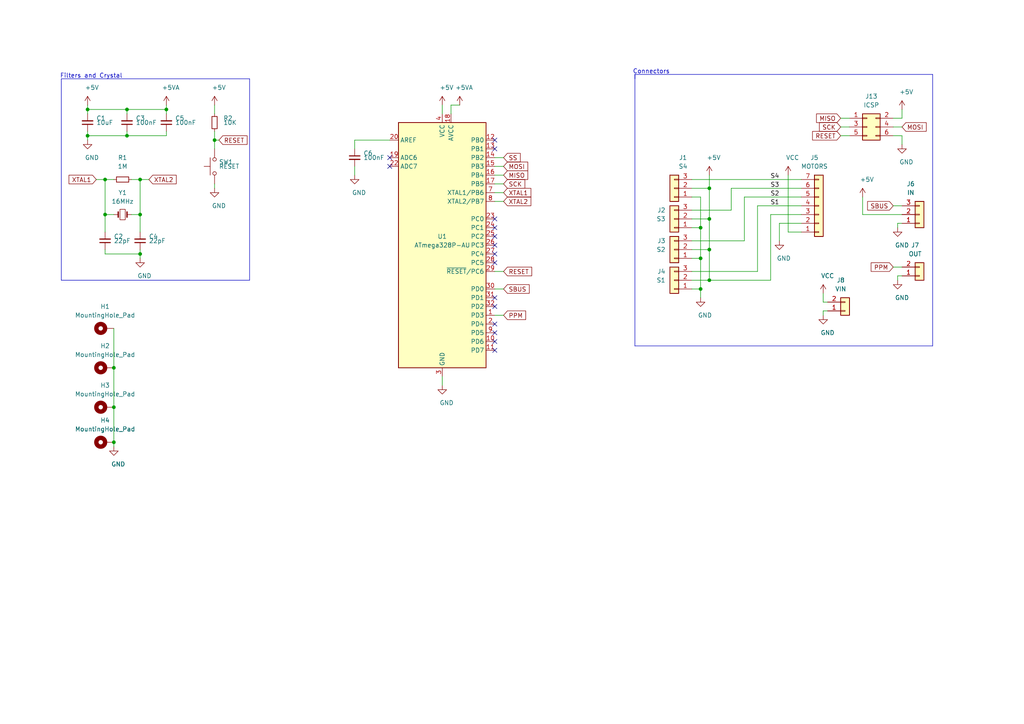
<source format=kicad_sch>
(kicad_sch (version 20200714) (host eeschema "(5.99.0-2358-g6d8fb94d8)")
  (page 1 1)
  (paper "A4")
  (lib_symbols
    (symbol "Connector_Generic:Conn_01x02" (pin_names hide)
      (property "Reference" "J" (at 0 2.54 0))
      (property "Value" "Conn_01x02" (at 0 -5.08 0))
      (symbol "Conn_01x02_1_1"
        (rectangle (start -1.27 -2.413) (end 0 -2.667) (stroke (width 0.1524)))
        (rectangle (start -1.27 0.127) (end 0 -0.127) (stroke (width 0.1524)))
        (rectangle (start -1.27 1.27) (end 1.27 -3.81) (stroke (width 0.254)) (fill (type background)))
        (pin passive line (at -5.08 0 0) (length 3.81) (name "Pin_1") (number "1"))
        (pin passive line (at -5.08 -2.54 0) (length 3.81) (name "Pin_2") (number "2"))
      )
    )
    (symbol "Connector_Generic:Conn_01x03" (pin_names hide)
      (property "Reference" "J" (at 0 5.08 0))
      (property "Value" "Conn_01x03" (at 0 -5.08 0))
      (symbol "Conn_01x03_1_1"
        (rectangle (start -1.27 -2.413) (end 0 -2.667) (stroke (width 0.1524)))
        (rectangle (start -1.27 2.667) (end 0 2.413) (stroke (width 0.1524)))
        (rectangle (start -1.27 3.81) (end 1.27 -3.81) (stroke (width 0.254)) (fill (type background)))
        (rectangle (start -1.27 0.127) (end 0 -0.127) (stroke (width 0.1524)))
        (pin passive line (at -5.08 2.54 0) (length 3.81) (name "Pin_1") (number "1"))
        (pin passive line (at -5.08 0 0) (length 3.81) (name "Pin_2") (number "2"))
        (pin passive line (at -5.08 -2.54 0) (length 3.81) (name "Pin_3") (number "3"))
      )
    )
    (symbol "Connector_Generic:Conn_01x07" (pin_names hide)
      (property "Reference" "J" (at 0 10.16 0))
      (property "Value" "Conn_01x07" (at 0 -10.16 0))
      (symbol "Conn_01x07_1_1"
        (rectangle (start -1.27 -4.953) (end 0 -5.207) (stroke (width 0.1524)))
        (rectangle (start -1.27 -7.493) (end 0 -7.747) (stroke (width 0.1524)))
        (rectangle (start -1.27 -2.413) (end 0 -2.667) (stroke (width 0.1524)))
        (rectangle (start -1.27 2.667) (end 0 2.413) (stroke (width 0.1524)))
        (rectangle (start -1.27 5.207) (end 0 4.953) (stroke (width 0.1524)))
        (rectangle (start -1.27 7.747) (end 0 7.493) (stroke (width 0.1524)))
        (rectangle (start -1.27 8.89) (end 1.27 -8.89) (stroke (width 0.254)) (fill (type background)))
        (rectangle (start -1.27 0.127) (end 0 -0.127) (stroke (width 0.1524)))
        (pin passive line (at -5.08 7.62 0) (length 3.81) (name "Pin_1") (number "1"))
        (pin passive line (at -5.08 5.08 0) (length 3.81) (name "Pin_2") (number "2"))
        (pin passive line (at -5.08 2.54 0) (length 3.81) (name "Pin_3") (number "3"))
        (pin passive line (at -5.08 0 0) (length 3.81) (name "Pin_4") (number "4"))
        (pin passive line (at -5.08 -2.54 0) (length 3.81) (name "Pin_5") (number "5"))
        (pin passive line (at -5.08 -5.08 0) (length 3.81) (name "Pin_6") (number "6"))
        (pin passive line (at -5.08 -7.62 0) (length 3.81) (name "Pin_7") (number "7"))
      )
    )
    (symbol "Connector_Generic:Conn_02x03_Odd_Even" (pin_names hide)
      (property "Reference" "J" (at 1.27 5.08 0))
      (property "Value" "Conn_02x03_Odd_Even" (at 1.27 -5.08 0))
      (symbol "Conn_02x03_Odd_Even_1_1"
        (rectangle (start -1.27 -2.413) (end 0 -2.667) (stroke (width 0.1524)))
        (rectangle (start -1.27 2.667) (end 0 2.413) (stroke (width 0.1524)))
        (rectangle (start -1.27 3.81) (end 3.81 -3.81) (stroke (width 0.254)) (fill (type background)))
        (rectangle (start -1.27 0.127) (end 0 -0.127) (stroke (width 0.1524)))
        (rectangle (start 3.81 -2.413) (end 2.54 -2.667) (stroke (width 0.1524)))
        (rectangle (start 3.81 2.667) (end 2.54 2.413) (stroke (width 0.1524)))
        (rectangle (start 3.81 0.127) (end 2.54 -0.127) (stroke (width 0.1524)))
        (pin passive line (at -5.08 2.54 0) (length 3.81) (name "Pin_1") (number "1"))
        (pin passive line (at 7.62 2.54 180) (length 3.81) (name "Pin_2") (number "2"))
        (pin passive line (at -5.08 0 0) (length 3.81) (name "Pin_3") (number "3"))
        (pin passive line (at 7.62 0 180) (length 3.81) (name "Pin_4") (number "4"))
        (pin passive line (at -5.08 -2.54 0) (length 3.81) (name "Pin_5") (number "5"))
        (pin passive line (at 7.62 -2.54 180) (length 3.81) (name "Pin_6") (number "6"))
      )
    )
    (symbol "Device:C_Small" (pin_numbers hide) (pin_names (offset 0.254) hide)
      (property "Reference" "C" (at 0.254 1.778 0))
      (property "Value" "C_Small" (at 0.254 -2.032 0))
      (symbol "C_Small_0_1"
        (polyline (pts (xy -1.524 -0.508) (xy 1.524 -0.508)) (stroke (width 0.3302)))
        (polyline (pts (xy -1.524 0.508) (xy 1.524 0.508)) (stroke (width 0.3048)))
      )
      (symbol "C_Small_1_1"
        (pin passive line (at 0 2.54 270) (length 2.032) (name "~") (number "1"))
        (pin passive line (at 0 -2.54 90) (length 2.032) (name "~") (number "2"))
      )
    )
    (symbol "Device:Crystal_Small" (pin_numbers hide) (pin_names hide)
      (property "Reference" "Y" (at 0 2.54 0))
      (property "Value" "Crystal_Small" (at 0 -2.54 0))
      (symbol "Crystal_Small_0_1"
        (rectangle (start -0.762 -1.524) (end 0.762 1.524))
        (polyline (pts (xy -1.27 -0.762) (xy -1.27 0.762)) (stroke (width 0.381)))
        (polyline (pts (xy 1.27 -0.762) (xy 1.27 0.762)) (stroke (width 0.381)))
      )
      (symbol "Crystal_Small_1_1"
        (pin passive line (at -2.54 0 0) (length 1.27) (name "1") (number "1"))
        (pin passive line (at 2.54 0 180) (length 1.27) (name "2") (number "2"))
      )
    )
    (symbol "Device:R_Small" (pin_numbers hide) (pin_names (offset 0.254) hide)
      (property "Reference" "R" (at 0.762 0.508 0))
      (property "Value" "R_Small" (at 0.762 -1.016 0))
      (symbol "R_Small_0_1"
        (rectangle (start -0.762 1.778) (end 0.762 -1.778) (stroke (width 0.2032)))
      )
      (symbol "R_Small_1_1"
        (pin passive line (at 0 2.54 270) (length 0.762) (name "~") (number "1"))
        (pin passive line (at 0 -2.54 90) (length 0.762) (name "~") (number "2"))
      )
    )
    (symbol "MCU_Microchip_ATmega:ATmega328P-AU" (pin_names (offset 0.508))
      (property "Reference" "U" (at -12.7 36.83 0))
      (property "Value" "ATmega328P-AU" (at 2.54 -36.83 0))
      (symbol "ATmega328P-AU_0_1"
        (rectangle (start -12.7 -35.56) (end 12.7 35.56) (stroke (width 0.254)) (fill (type background)))
      )
      (symbol "ATmega328P-AU_1_1"
        (pin bidirectional line (at 15.24 -20.32 180) (length 2.54) (name "PD3") (number "1"))
        (pin bidirectional line (at 15.24 -27.94 180) (length 2.54) (name "PD6") (number "10"))
        (pin bidirectional line (at 15.24 -30.48 180) (length 2.54) (name "PD7") (number "11"))
        (pin bidirectional line (at 15.24 30.48 180) (length 2.54) (name "PB0") (number "12"))
        (pin bidirectional line (at 15.24 27.94 180) (length 2.54) (name "PB1") (number "13"))
        (pin bidirectional line (at 15.24 25.4 180) (length 2.54) (name "PB2") (number "14"))
        (pin bidirectional line (at 15.24 22.86 180) (length 2.54) (name "PB3") (number "15"))
        (pin bidirectional line (at 15.24 20.32 180) (length 2.54) (name "PB4") (number "16"))
        (pin bidirectional line (at 15.24 17.78 180) (length 2.54) (name "PB5") (number "17"))
        (pin power_in line (at 2.54 38.1 270) (length 2.54) (name "AVCC") (number "18"))
        (pin input line (at -15.24 25.4 0) (length 2.54) (name "ADC6") (number "19"))
        (pin bidirectional line (at 15.24 -22.86 180) (length 2.54) (name "PD4") (number "2"))
        (pin passive line (at -15.24 30.48 0) (length 2.54) (name "AREF") (number "20"))
        (pin passive line (at 0 -38.1 90) (length 2.54) hide (name "GND") (number "21"))
        (pin input line (at -15.24 22.86 0) (length 2.54) (name "ADC7") (number "22"))
        (pin bidirectional line (at 15.24 7.62 180) (length 2.54) (name "PC0") (number "23"))
        (pin bidirectional line (at 15.24 5.08 180) (length 2.54) (name "PC1") (number "24"))
        (pin bidirectional line (at 15.24 2.54 180) (length 2.54) (name "PC2") (number "25"))
        (pin bidirectional line (at 15.24 0 180) (length 2.54) (name "PC3") (number "26"))
        (pin bidirectional line (at 15.24 -2.54 180) (length 2.54) (name "PC4") (number "27"))
        (pin bidirectional line (at 15.24 -5.08 180) (length 2.54) (name "PC5") (number "28"))
        (pin bidirectional line (at 15.24 -7.62 180) (length 2.54) (name "~RESET~/PC6") (number "29"))
        (pin power_in line (at 0 -38.1 90) (length 2.54) (name "GND") (number "3"))
        (pin bidirectional line (at 15.24 -12.7 180) (length 2.54) (name "PD0") (number "30"))
        (pin bidirectional line (at 15.24 -15.24 180) (length 2.54) (name "PD1") (number "31"))
        (pin bidirectional line (at 15.24 -17.78 180) (length 2.54) (name "PD2") (number "32"))
        (pin power_in line (at 0 38.1 270) (length 2.54) (name "VCC") (number "4"))
        (pin passive line (at 0 -38.1 90) (length 2.54) hide (name "GND") (number "5"))
        (pin passive line (at 0 38.1 270) (length 2.54) hide (name "VCC") (number "6"))
        (pin bidirectional line (at 15.24 15.24 180) (length 2.54) (name "XTAL1/PB6") (number "7"))
        (pin bidirectional line (at 15.24 12.7 180) (length 2.54) (name "XTAL2/PB7") (number "8"))
        (pin bidirectional line (at 15.24 -25.4 180) (length 2.54) (name "PD5") (number "9"))
      )
    )
    (symbol "Mechanical:MountingHole_Pad" (pin_numbers hide) (pin_names hide)
      (property "Reference" "H" (at 0 6.35 0))
      (property "Value" "MountingHole_Pad" (at 0 4.445 0))
      (symbol "MountingHole_Pad_0_1"
        (circle (center 0 1.27) (radius 1.27) (stroke (width 1.27)))
      )
      (symbol "MountingHole_Pad_1_1"
        (pin input line (at 0 -2.54 90) (length 2.54) (name "1") (number "1"))
      )
    )
    (symbol "Switch:SW_Push" (pin_numbers hide) (pin_names hide)
      (property "Reference" "SW" (at 1.27 2.54 0))
      (property "Value" "SW_Push" (at 0 -1.524 0))
      (symbol "SW_Push_0_1"
        (circle (center -2.032 0) (radius 0.508))
        (circle (center 2.032 0) (radius 0.508))
        (polyline (pts (xy 0 1.27) (xy 0 3.048)))
        (polyline (pts (xy 2.54 1.27) (xy -2.54 1.27)))
        (pin passive line (at -5.08 0 0) (length 2.54) (name "1") (number "1"))
        (pin passive line (at 5.08 0 180) (length 2.54) (name "2") (number "2"))
      )
    )
    (symbol "power:+5V" (power) (pin_names (offset 0))
      (property "Value" "+5V" (at 0 3.556 0))
      (symbol "+5V_0_1"
        (polyline (pts (xy -0.762 1.27) (xy 0 2.54)))
        (polyline (pts (xy 0 0) (xy 0 2.54)))
        (polyline (pts (xy 0 2.54) (xy 0.762 1.27)))
      )
      (symbol "+5V_1_1"
        (pin power_in line (at 0 0 90) (length 0) hide (name "+5V") (number "1"))
      )
    )
    (symbol "power:+5VA" (power) (pin_names (offset 0))
      (property "Value" "+5VA" (at 0 3.556 0))
      (symbol "+5VA_0_1"
        (polyline (pts (xy -0.762 1.27) (xy 0 2.54)))
        (polyline (pts (xy 0 0) (xy 0 2.54)))
        (polyline (pts (xy 0 2.54) (xy 0.762 1.27)))
      )
      (symbol "+5VA_1_1"
        (pin power_in line (at 0 0 90) (length 0) hide (name "+5VA") (number "1"))
      )
    )
    (symbol "power:GND" (power) (pin_names (offset 0))
      (property "Value" "GND" (at 0 -3.81 0))
      (symbol "GND_0_1"
        (polyline (pts (xy 0 0) (xy 0 -1.27) (xy 1.27 -1.27) (xy 0 -2.54) (xy -1.27 -1.27) (xy 0 -1.27)))
      )
      (symbol "GND_1_1"
        (pin power_in line (at 0 0 270) (length 0) hide (name "GND") (number "1"))
      )
    )
    (symbol "power:VCC" (power) (pin_names (offset 0))
      (property "Value" "VCC" (at 0 3.81 0))
      (symbol "VCC_0_1"
        (polyline (pts (xy -0.762 1.27) (xy 0 2.54)))
        (polyline (pts (xy 0 0) (xy 0 2.54)))
        (polyline (pts (xy 0 2.54) (xy 0.762 1.27)))
      )
      (symbol "VCC_1_1"
        (pin power_in line (at 0 0 90) (length 0) hide (name "VCC") (number "1"))
      )
    )
  )
  (junction (at 25.4 31.75))
  (junction (at 25.4 39.37))
  (junction (at 30.48 52.07))
  (junction (at 30.48 62.23))
  (junction (at 33.02 106.68))
  (junction (at 33.02 118.11))
  (junction (at 33.02 128.27))
  (junction (at 36.83 31.75))
  (junction (at 36.83 39.37))
  (junction (at 40.64 52.07))
  (junction (at 40.64 62.23))
  (junction (at 40.64 73.66))
  (junction (at 48.26 31.75))
  (junction (at 62.23 40.64))
  (junction (at 203.2 66.04))
  (junction (at 203.2 74.93))
  (junction (at 203.2 83.82))
  (junction (at 205.74 54.61))
  (junction (at 205.74 63.5))
  (junction (at 205.74 72.39))
  (junction (at 205.74 81.28))
  (no_connect (at 143.51 68.58))
  (no_connect (at 143.51 96.52))
  (no_connect (at 143.51 99.06))
  (no_connect (at 143.51 63.5))
  (no_connect (at 143.51 71.12))
  (no_connect (at 143.51 86.36))
  (no_connect (at 143.51 73.66))
  (no_connect (at 143.51 88.9))
  (no_connect (at 143.51 66.04))
  (no_connect (at 143.51 43.18))
  (no_connect (at 143.51 101.6))
  (no_connect (at 113.03 45.72))
  (no_connect (at 143.51 76.2))
  (no_connect (at 143.51 40.64))
  (no_connect (at 143.51 93.98))
  (no_connect (at 113.03 48.26))
  (wire (pts (xy 25.4 30.48) (xy 25.4 31.75)))
  (wire (pts (xy 25.4 31.75) (xy 25.4 33.02)))
  (wire (pts (xy 25.4 38.1) (xy 25.4 39.37)))
  (wire (pts (xy 25.4 39.37) (xy 25.4 40.64)))
  (wire (pts (xy 27.94 52.07) (xy 30.48 52.07)))
  (wire (pts (xy 30.48 52.07) (xy 30.48 62.23)))
  (wire (pts (xy 30.48 52.07) (xy 33.02 52.07)))
  (wire (pts (xy 30.48 62.23) (xy 30.48 67.31)))
  (wire (pts (xy 30.48 62.23) (xy 33.02 62.23)))
  (wire (pts (xy 30.48 72.39) (xy 30.48 73.66)))
  (wire (pts (xy 30.48 73.66) (xy 40.64 73.66)))
  (wire (pts (xy 33.02 95.25) (xy 33.02 106.68)))
  (wire (pts (xy 33.02 106.68) (xy 33.02 118.11)))
  (wire (pts (xy 33.02 118.11) (xy 33.02 128.27)))
  (wire (pts (xy 33.02 128.27) (xy 33.02 129.54)))
  (wire (pts (xy 36.83 31.75) (xy 25.4 31.75)))
  (wire (pts (xy 36.83 33.02) (xy 36.83 31.75)))
  (wire (pts (xy 36.83 38.1) (xy 36.83 39.37)))
  (wire (pts (xy 36.83 39.37) (xy 25.4 39.37)))
  (wire (pts (xy 38.1 52.07) (xy 40.64 52.07)))
  (wire (pts (xy 40.64 52.07) (xy 40.64 62.23)))
  (wire (pts (xy 40.64 52.07) (xy 43.18 52.07)))
  (wire (pts (xy 40.64 62.23) (xy 38.1 62.23)))
  (wire (pts (xy 40.64 62.23) (xy 40.64 67.31)))
  (wire (pts (xy 40.64 73.66) (xy 40.64 72.39)))
  (wire (pts (xy 40.64 73.66) (xy 40.64 74.93)))
  (wire (pts (xy 48.26 30.48) (xy 48.26 31.75)))
  (wire (pts (xy 48.26 31.75) (xy 36.83 31.75)))
  (wire (pts (xy 48.26 33.02) (xy 48.26 31.75)))
  (wire (pts (xy 48.26 38.1) (xy 48.26 39.37)))
  (wire (pts (xy 48.26 39.37) (xy 36.83 39.37)))
  (wire (pts (xy 62.23 30.48) (xy 62.23 33.02)))
  (wire (pts (xy 62.23 38.1) (xy 62.23 40.64)))
  (wire (pts (xy 62.23 40.64) (xy 62.23 43.18)))
  (wire (pts (xy 62.23 40.64) (xy 63.5 40.64)))
  (wire (pts (xy 62.23 53.34) (xy 62.23 54.61)))
  (wire (pts (xy 102.87 40.64) (xy 102.87 43.18)))
  (wire (pts (xy 102.87 48.26) (xy 102.87 50.8)))
  (wire (pts (xy 113.03 40.64) (xy 102.87 40.64)))
  (wire (pts (xy 128.27 30.48) (xy 128.27 33.02)))
  (wire (pts (xy 128.27 109.22) (xy 128.27 111.76)))
  (wire (pts (xy 130.81 30.48) (xy 133.35 30.48)))
  (wire (pts (xy 130.81 33.02) (xy 130.81 30.48)))
  (wire (pts (xy 143.51 45.72) (xy 146.05 45.72)))
  (wire (pts (xy 143.51 48.26) (xy 146.05 48.26)))
  (wire (pts (xy 143.51 50.8) (xy 146.05 50.8)))
  (wire (pts (xy 143.51 53.34) (xy 146.05 53.34)))
  (wire (pts (xy 143.51 55.88) (xy 146.05 55.88)))
  (wire (pts (xy 143.51 58.42) (xy 146.05 58.42)))
  (wire (pts (xy 143.51 78.74) (xy 146.05 78.74)))
  (wire (pts (xy 143.51 83.82) (xy 146.05 83.82)))
  (wire (pts (xy 143.51 91.44) (xy 146.05 91.44)))
  (wire (pts (xy 200.66 52.07) (xy 232.41 52.07)))
  (wire (pts (xy 200.66 54.61) (xy 205.74 54.61)))
  (wire (pts (xy 200.66 57.15) (xy 203.2 57.15)))
  (wire (pts (xy 200.66 60.96) (xy 212.09 60.96)))
  (wire (pts (xy 200.66 63.5) (xy 205.74 63.5)))
  (wire (pts (xy 200.66 66.04) (xy 203.2 66.04)))
  (wire (pts (xy 200.66 69.85) (xy 215.9 69.85)))
  (wire (pts (xy 200.66 72.39) (xy 205.74 72.39)))
  (wire (pts (xy 200.66 74.93) (xy 203.2 74.93)))
  (wire (pts (xy 200.66 78.74) (xy 219.71 78.74)))
  (wire (pts (xy 200.66 81.28) (xy 205.74 81.28)))
  (wire (pts (xy 200.66 83.82) (xy 203.2 83.82)))
  (wire (pts (xy 203.2 57.15) (xy 203.2 66.04)))
  (wire (pts (xy 203.2 66.04) (xy 203.2 74.93)))
  (wire (pts (xy 203.2 74.93) (xy 203.2 83.82)))
  (wire (pts (xy 203.2 83.82) (xy 203.2 86.36)))
  (wire (pts (xy 205.74 54.61) (xy 205.74 50.8)))
  (wire (pts (xy 205.74 54.61) (xy 205.74 63.5)))
  (wire (pts (xy 205.74 63.5) (xy 205.74 72.39)))
  (wire (pts (xy 205.74 81.28) (xy 205.74 72.39)))
  (wire (pts (xy 212.09 54.61) (xy 232.41 54.61)))
  (wire (pts (xy 212.09 60.96) (xy 212.09 54.61)))
  (wire (pts (xy 215.9 57.15) (xy 232.41 57.15)))
  (wire (pts (xy 215.9 69.85) (xy 215.9 57.15)))
  (wire (pts (xy 219.71 59.69) (xy 232.41 59.69)))
  (wire (pts (xy 219.71 78.74) (xy 219.71 59.69)))
  (wire (pts (xy 223.52 62.23) (xy 223.52 81.28)))
  (wire (pts (xy 223.52 81.28) (xy 205.74 81.28)))
  (wire (pts (xy 226.06 64.77) (xy 226.06 69.85)))
  (wire (pts (xy 228.6 67.31) (xy 228.6 50.8)))
  (wire (pts (xy 232.41 62.23) (xy 223.52 62.23)))
  (wire (pts (xy 232.41 64.77) (xy 226.06 64.77)))
  (wire (pts (xy 232.41 67.31) (xy 228.6 67.31)))
  (wire (pts (xy 238.76 85.09) (xy 238.76 87.63)))
  (wire (pts (xy 238.76 87.63) (xy 240.03 87.63)))
  (wire (pts (xy 238.76 90.17) (xy 238.76 91.44)))
  (wire (pts (xy 240.03 90.17) (xy 238.76 90.17)))
  (wire (pts (xy 243.84 34.29) (xy 246.38 34.29)))
  (wire (pts (xy 243.84 36.83) (xy 246.38 36.83)))
  (wire (pts (xy 243.84 39.37) (xy 246.38 39.37)))
  (wire (pts (xy 250.19 57.15) (xy 250.19 62.23)))
  (wire (pts (xy 250.19 62.23) (xy 261.62 62.23)))
  (wire (pts (xy 259.08 34.29) (xy 261.62 34.29)))
  (wire (pts (xy 259.08 36.83) (xy 261.62 36.83)))
  (wire (pts (xy 259.08 39.37) (xy 261.62 39.37)))
  (wire (pts (xy 259.08 59.69) (xy 261.62 59.69)))
  (wire (pts (xy 259.08 77.47) (xy 261.62 77.47)))
  (wire (pts (xy 260.35 64.77) (xy 260.35 66.04)))
  (wire (pts (xy 260.35 80.01) (xy 260.35 81.28)))
  (wire (pts (xy 261.62 34.29) (xy 261.62 31.75)))
  (wire (pts (xy 261.62 39.37) (xy 261.62 41.91)))
  (wire (pts (xy 261.62 64.77) (xy 260.35 64.77)))
  (wire (pts (xy 261.62 80.01) (xy 260.35 80.01)))
  (polyline (pts (xy 17.78 22.86) (xy 17.78 81.28)) (stroke (width 0) (type solid)))
  (polyline (pts (xy 17.78 22.86) (xy 72.39 22.86)) (stroke (width 0) (type solid)))
  (polyline (pts (xy 17.78 81.28) (xy 72.39 81.28)) (stroke (width 0) (type solid)))
  (polyline (pts (xy 72.39 81.28) (xy 72.39 22.86)) (stroke (width 0) (type solid)))
  (polyline (pts (xy 184.15 21.59) (xy 184.15 22.86)) (stroke (width 0) (type solid)))
  (polyline (pts (xy 184.15 21.59) (xy 184.15 100.33)) (stroke (width 0) (type solid)))
  (polyline (pts (xy 184.15 100.33) (xy 270.51 100.33)) (stroke (width 0) (type solid)))
  (polyline (pts (xy 270.51 21.59) (xy 184.15 21.59)) (stroke (width 0) (type solid)))
  (polyline (pts (xy 270.51 100.33) (xy 270.51 21.59)) (stroke (width 0) (type solid)))
  (text "Filters and Crystal" (at 35.56 22.86 180) (effects (font (size 1.27 1.27)) (justify right bottom)))
  (text "Connectors" (at 194.31 21.59 180) (effects (font (size 1.27 1.27)) (justify right bottom)))
  (label "S4" (at 226.06 52.07 180))
  (label "S3" (at 226.06 54.61 180))
  (label "S2" (at 226.06 57.15 180))
  (label "S1" (at 226.06 59.69 180))
  (global_label "XTAL1" (shape input) (at 27.94 52.07 180))
  (global_label "XTAL2" (shape input) (at 43.18 52.07 0))
  (global_label "RESET" (shape input) (at 63.5 40.64 0))
  (global_label "SS" (shape input) (at 146.05 45.72 0))
  (global_label "MOSI" (shape input) (at 146.05 48.26 0))
  (global_label "MISO" (shape input) (at 146.05 50.8 0))
  (global_label "SCK" (shape input) (at 146.05 53.34 0))
  (global_label "XTAL1" (shape input) (at 146.05 55.88 0))
  (global_label "XTAL2" (shape input) (at 146.05 58.42 0))
  (global_label "RESET" (shape input) (at 146.05 78.74 0))
  (global_label "SBUS" (shape input) (at 146.05 83.82 0))
  (global_label "PPM" (shape input) (at 146.05 91.44 0))
  (global_label "MISO" (shape input) (at 243.84 34.29 180))
  (global_label "SCK" (shape input) (at 243.84 36.83 180))
  (global_label "RESET" (shape input) (at 243.84 39.37 180))
  (global_label "SBUS" (shape input) (at 259.08 59.69 180))
  (global_label "PPM" (shape input) (at 259.08 77.47 180))
  (global_label "MOSI" (shape input) (at 261.62 36.83 0))
  (symbol (lib_id "power:+5V") (at 25.4 30.48 0) (unit 1)
    (property "Reference" "#PWR01" (effects hide))
    (property "Value" "+5V" (at 26.67 25.4 0))
  )
  (symbol (lib_id "power:+5VA") (at 48.26 30.48 0) (unit 1)
    (property "Reference" "#PWR04" (effects hide))
    (property "Value" "+5VA" (at 49.53 25.4 0))
  )
  (symbol (lib_id "power:+5V") (at 62.23 30.48 0) (unit 1)
    (property "Reference" "#PWR05" (effects hide))
    (property "Value" "+5V" (at 63.5 25.4 0))
  )
  (symbol (lib_id "power:+5V") (at 128.27 30.48 0) (unit 1)
    (property "Reference" "#PWR08" (effects hide))
    (property "Value" "+5V" (at 129.54 25.4 0))
  )
  (symbol (lib_id "power:+5VA") (at 133.35 30.48 0) (unit 1)
    (property "Reference" "#PWR010" (effects hide))
    (property "Value" "+5VA" (at 134.62 25.4 0))
  )
  (symbol (lib_id "power:+5V") (at 205.74 50.8 0) (unit 1)
    (property "Reference" "#PWR012" (effects hide))
    (property "Value" "+5V" (at 207.01 45.72 0))
  )
  (symbol (lib_id "power:VCC") (at 228.6 50.8 0) (unit 1)
    (property "Reference" "#PWR014" (effects hide))
    (property "Value" "VCC" (at 229.87 45.72 0))
  )
  (symbol (lib_id "power:VCC") (at 238.76 85.09 0) (unit 1)
    (property "Reference" "#PWR019" (effects hide))
    (property "Value" "VCC" (at 240.03 80.01 0))
  )
  (symbol (lib_id "power:+5V") (at 250.19 57.15 0) (unit 1)
    (property "Reference" "#PWR015" (effects hide))
    (property "Value" "+5V" (at 251.46 52.07 0))
  )
  (symbol (lib_id "power:+5V") (at 261.62 31.75 0) (unit 1)
    (property "Reference" "#PWR0117" (effects hide))
    (property "Value" "+5V" (at 262.89 26.67 0))
  )
  (symbol (lib_id "power:GND") (at 25.4 40.64 0) (unit 1)
    (property "Reference" "#PWR02" (effects hide))
    (property "Value" "GND" (at 26.67 45.72 0))
  )
  (symbol (lib_id "power:GND") (at 33.02 129.54 0) (unit 1)
    (property "Reference" "#PWR018" (effects hide))
    (property "Value" "GND" (at 34.29 134.62 0))
  )
  (symbol (lib_id "power:GND") (at 40.64 74.93 0) (unit 1)
    (property "Reference" "#PWR03" (effects hide))
    (property "Value" "GND" (at 41.91 80.01 0))
  )
  (symbol (lib_id "power:GND") (at 62.23 54.61 0) (unit 1)
    (property "Reference" "#PWR06" (effects hide))
    (property "Value" "GND" (at 63.5 59.69 0))
  )
  (symbol (lib_id "power:GND") (at 102.87 50.8 0) (unit 1)
    (property "Reference" "#PWR07" (effects hide))
    (property "Value" "GND" (at 104.14 55.88 0))
  )
  (symbol (lib_id "power:GND") (at 128.27 111.76 0) (unit 1)
    (property "Reference" "#PWR09" (effects hide))
    (property "Value" "GND" (at 129.54 116.84 0))
  )
  (symbol (lib_id "power:GND") (at 203.2 86.36 0) (unit 1)
    (property "Reference" "#PWR011" (effects hide))
    (property "Value" "GND" (at 204.47 91.44 0))
  )
  (symbol (lib_id "power:GND") (at 226.06 69.85 0) (unit 1)
    (property "Reference" "#PWR013" (effects hide))
    (property "Value" "GND" (at 227.33 74.93 0))
  )
  (symbol (lib_id "power:GND") (at 238.76 91.44 0) (unit 1)
    (property "Reference" "#PWR020" (effects hide))
    (property "Value" "GND" (at 240.03 96.52 0))
  )
  (symbol (lib_id "power:GND") (at 260.35 66.04 0) (unit 1)
    (property "Reference" "#PWR016" (effects hide))
    (property "Value" "GND" (at 261.62 71.12 0))
  )
  (symbol (lib_id "power:GND") (at 260.35 81.28 0) (unit 1)
    (property "Reference" "#PWR017" (effects hide))
    (property "Value" "GND" (at 261.62 86.36 0))
  )
  (symbol (lib_id "power:GND") (at 261.62 41.91 0) (unit 1)
    (property "Reference" "#PWR0116" (effects hide))
    (property "Value" "GND" (at 262.89 46.99 0))
  )
  (symbol (lib_id "Device:R_Small") (at 35.56 52.07 90) (unit 1)
    (property "Reference" "R1" (at 35.56 45.72 90))
    (property "Value" "1M" (at 35.56 48.26 90))
    (property "Footprint" "Resistor_SMD:R_0603_1608Metric" (effects hide))
  )
  (symbol (lib_id "Device:R_Small") (at 62.23 35.56 0) (unit 1)
    (property "Reference" "R2" (at 64.77 34.29 0) (effects (justify left)))
    (property "Value" "10K" (at 64.77 35.56 0) (effects (justify left)))
    (property "Footprint" "Resistor_SMD:R_0603_1608Metric" (effects hide))
  )
  (symbol (lib_id "Device:Crystal_Small") (at 35.56 62.23 0) (unit 1)
    (property "Reference" "Y1" (at 35.56 55.88 0))
    (property "Value" "16MHz" (at 35.56 58.42 0))
    (property "Footprint" "Crystal:Crystal_SMD_HC49-SD" (effects hide))
  )
  (symbol (lib_id "Device:C_Small") (at 25.4 35.56 180) (unit 1)
    (property "Reference" "C1" (at 27.94 34.29 0) (effects (justify right)))
    (property "Value" "10uF" (at 27.94 35.56 0) (effects (justify right)))
    (property "Footprint" "Capacitor_SMD:C_0805_2012Metric" (effects hide))
  )
  (symbol (lib_id "Device:C_Small") (at 30.48 69.85 180) (unit 1)
    (property "Reference" "C2" (at 33.02 68.58 0) (effects (justify right)))
    (property "Value" "22pF" (at 33.02 69.85 0) (effects (justify right)))
    (property "Footprint" "Capacitor_SMD:C_0603_1608Metric" (effects hide))
  )
  (symbol (lib_id "Device:C_Small") (at 36.83 35.56 180) (unit 1)
    (property "Reference" "C3" (at 39.37 34.29 0) (effects (justify right)))
    (property "Value" "100nF" (at 39.37 35.56 0) (effects (justify right)))
    (property "Footprint" "Capacitor_SMD:C_0603_1608Metric" (effects hide))
  )
  (symbol (lib_id "Device:C_Small") (at 40.64 69.85 180) (unit 1)
    (property "Reference" "C4" (at 43.18 68.58 0) (effects (justify right)))
    (property "Value" "22pF" (at 43.18 69.85 0) (effects (justify right)))
    (property "Footprint" "Capacitor_SMD:C_0603_1608Metric" (effects hide))
  )
  (symbol (lib_id "Device:C_Small") (at 48.26 35.56 180) (unit 1)
    (property "Reference" "C5" (at 50.8 34.29 0) (effects (justify right)))
    (property "Value" "100nF" (at 50.8 35.56 0) (effects (justify right)))
    (property "Footprint" "Capacitor_SMD:C_0603_1608Metric" (effects hide))
  )
  (symbol (lib_id "Device:C_Small") (at 102.87 45.72 0) (unit 1)
    (property "Reference" "C6" (at 105.41 44.45 0) (effects (justify left)))
    (property "Value" "100nF" (at 105.41 45.72 0) (effects (justify left)))
    (property "Footprint" "Capacitor_SMD:C_0603_1608Metric" (effects hide))
  )
  (symbol (lib_id "Mechanical:MountingHole_Pad") (at 30.48 95.25 90) (unit 1)
    (property "Reference" "H1" (at 30.48 88.9 90))
    (property "Value" "MountingHole_Pad" (at 30.48 91.44 90))
    (property "Footprint" "MountingHole:MountingHole_3.2mm_M3" (effects hide))
  )
  (symbol (lib_id "Mechanical:MountingHole_Pad") (at 30.48 106.68 90) (unit 1)
    (property "Reference" "H2" (at 30.48 100.33 90))
    (property "Value" "MountingHole_Pad" (at 30.48 102.87 90))
    (property "Footprint" "MountingHole:MountingHole_3.2mm_M3" (effects hide))
  )
  (symbol (lib_id "Mechanical:MountingHole_Pad") (at 30.48 118.11 90) (unit 1)
    (property "Reference" "H3" (at 30.48 111.76 90))
    (property "Value" "MountingHole_Pad" (at 30.48 114.3 90))
    (property "Footprint" "MountingHole:MountingHole_3.2mm_M3" (effects hide))
  )
  (symbol (lib_id "Mechanical:MountingHole_Pad") (at 30.48 128.27 90) (unit 1)
    (property "Reference" "H4" (at 30.48 121.92 90))
    (property "Value" "MountingHole_Pad" (at 30.48 124.46 90))
    (property "Footprint" "MountingHole:MountingHole_3.2mm_M3" (effects hide))
  )
  (symbol (lib_id "Connector_Generic:Conn_01x02") (at 245.11 90.17 0) (mirror x) (unit 1)
    (property "Reference" "J8" (at 243.84 81.28 0))
    (property "Value" "VIN" (at 243.84 83.82 0))
    (property "Footprint" "Connector_PinHeader_2.54mm:PinHeader_1x02_P2.54mm_Vertical" (effects hide))
  )
  (symbol (lib_id "Connector_Generic:Conn_01x02") (at 266.7 80.01 0) (mirror x) (unit 1)
    (property "Reference" "J7" (at 265.43 71.12 0))
    (property "Value" "OUT" (at 265.43 73.66 0))
    (property "Footprint" "Connector_PinHeader_2.54mm:PinHeader_1x02_P2.54mm_Vertical" (effects hide))
  )
  (symbol (lib_id "Switch:SW_Push") (at 62.23 48.26 90) (unit 1)
    (property "Reference" "SW1" (at 63.5 46.99 90) (effects (justify right)))
    (property "Value" "RESET" (at 63.5 48.26 90) (effects (justify right)))
    (property "Footprint" "Button_Switch_SMD:SW_SPST_PTS645" (effects hide))
  )
  (symbol (lib_id "Connector_Generic:Conn_01x03") (at 195.58 54.61 180) (unit 1)
    (property "Reference" "J1" (at 198.12 45.72 0))
    (property "Value" "S4" (at 198.12 48.26 0))
    (property "Footprint" "Connector_PinHeader_2.54mm:PinHeader_1x03_P2.54mm_Vertical" (effects hide))
  )
  (symbol (lib_id "Connector_Generic:Conn_01x03") (at 195.58 63.5 180) (unit 1)
    (property "Reference" "J2" (at 193.04 60.96 0) (effects (justify left)))
    (property "Value" "S3" (at 193.04 63.5 0) (effects (justify left)))
    (property "Footprint" "Connector_PinHeader_2.54mm:PinHeader_1x03_P2.54mm_Vertical" (effects hide))
  )
  (symbol (lib_id "Connector_Generic:Conn_01x03") (at 195.58 72.39 180) (unit 1)
    (property "Reference" "J3" (at 193.04 69.85 0) (effects (justify left)))
    (property "Value" "S2" (at 193.04 72.39 0) (effects (justify left)))
    (property "Footprint" "Connector_PinHeader_2.54mm:PinHeader_1x03_P2.54mm_Vertical" (effects hide))
  )
  (symbol (lib_id "Connector_Generic:Conn_01x03") (at 195.58 81.28 180) (unit 1)
    (property "Reference" "J4" (at 193.04 78.74 0) (effects (justify left)))
    (property "Value" "S1" (at 193.04 81.28 0) (effects (justify left)))
    (property "Footprint" "Connector_PinHeader_2.54mm:PinHeader_1x03_P2.54mm_Vertical" (effects hide))
  )
  (symbol (lib_id "Connector_Generic:Conn_01x03") (at 266.7 62.23 0) (mirror x) (unit 1)
    (property "Reference" "J6" (at 264.16 53.34 0))
    (property "Value" "IN" (at 264.16 55.88 0))
    (property "Footprint" "Connector_PinHeader_2.54mm:PinHeader_1x03_P2.54mm_Vertical" (effects hide))
  )
  (symbol (lib_id "Connector_Generic:Conn_02x03_Odd_Even") (at 251.46 36.83 0) (unit 1)
    (property "Reference" "J13" (at 252.73 27.94 0))
    (property "Value" "ICSP" (at 252.73 30.48 0))
    (property "Footprint" "Connector_PinHeader_1.00mm:PinHeader_2x03_P1.00mm_Vertical_SMD" (effects hide))
  )
  (symbol (lib_id "Connector_Generic:Conn_01x07") (at 237.49 59.69 0) (mirror x) (unit 1)
    (property "Reference" "J5" (at 236.22 45.72 0))
    (property "Value" "MOTORS" (at 236.22 48.26 0))
    (property "Footprint" "Connector_PinHeader_2.54mm:PinHeader_1x07_P2.54mm_Vertical" (effects hide))
  )
  (symbol (lib_id "MCU_Microchip_ATmega:ATmega328P-AU") (at 128.27 71.12 0) (unit 1)
    (property "Reference" "U1" (at 128.27 68.58 0))
    (property "Value" "ATmega328P-AU" (at 128.27 71.12 0))
    (property "Footprint" "Package_QFP:TQFP-32_7x7mm_P0.8mm" (effects hide))
    (property "Datasheet" "http://ww1.microchip.com/downloads/en/DeviceDoc/ATmega328_P%20AVR%20MCU%20with%20picoPower%20Technology%20Data%20Sheet%2040001984A.pdf" (effects hide))
  )
)
</source>
